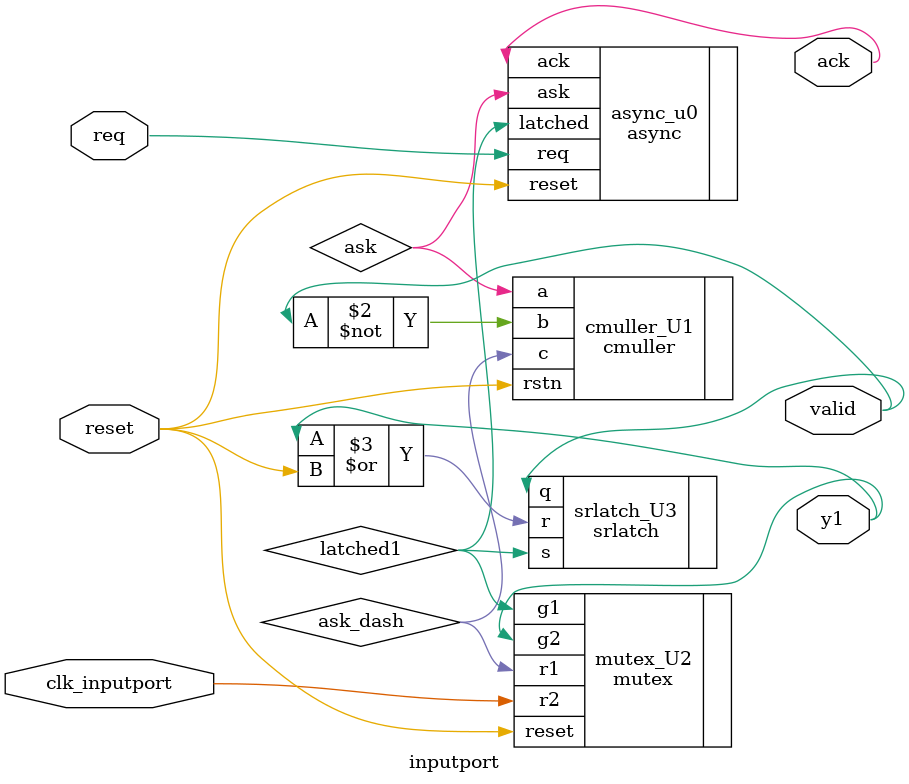
<source format=v>
`include "timescale.v"
module inputport(/*AUTOARG*/
   // Outputs
   valid, ack, y1,
   // Inputs
   clk_inputport, reset, req
   );
`include "def.v"

   output valid, ack, y1;
   input  clk_inputport, reset, req;

   /*AUTOREG*/
   // Beginning of automatic regs (for this module's undeclared outputs)
   wire   y1;
   // End of automatics
   wire   ask, ask_dash, latched1, valid;
   reg latched;

   always @* begin
        if (reset) begin
            latched = 1'b0;
        end else begin
            latched = latched1;
        end
   end        
   async async_u0(/*AUTOINST*/
		  // Outputs
		  .ack			(ack),
		  .ask			(ask),
		  // Inputs
		  .latched		(latched1),
		  .req			(req),
		  .reset		(reset));

   cmuller cmuller_U1(/*AUTOINST*/
		      // Outputs
		      .c		(ask_dash),
		      // Inputs
		      .a		(ask),
		      .b		(~valid),
		      .rstn		(reset));
   
   mutex mutex_U2(/*AUTOINST*/
		  // Outputs
		  .g1			(latched1),
		  .g2			(y1),
		  // Inputs
		  .r1			(ask_dash),
		  .r2			(clk_inputport),
                  .reset                (reset));
   
   srlatch srlatch_U3(/*AUTOINST*/
		      // Outputs
		      .q		(valid),
		      // Inputs
		      .s		(latched1),
		      .r		(y1|reset));
   
endmodule // inputport

</source>
